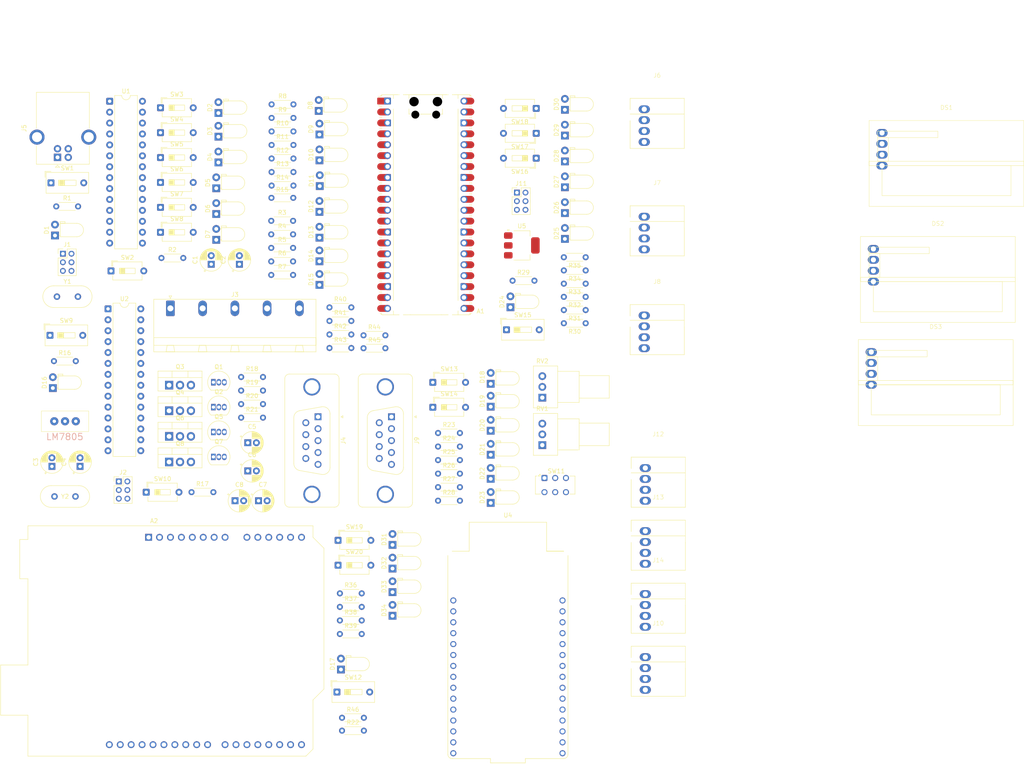
<source format=kicad_pcb>
(kicad_pcb (version 20241229) (generator "pcbnew") (generator_version "9.0")
  (layers (0 "F.Cu" signal) (2 "B.Cu" signal) (13 "F.Paste" user) (15 "B.Paste" user) (5 "F.SilkS" user "F.Silkscreen") (7 "B.SilkS" user "B.Silkscreen") (1 "F.Mask" user) (3 "B.Mask" user) (25 "Edge.Cuts" user))
  (net 0 "")
  (net 1 "GND")
  (net 2 "Net-(D9-K)")
  (net 3 "5V")
  (net 4 "Net-(Q1-C)")
  (net 5 "VTG")
  (net 6 "Net-(J2-Pin_5)")
  (net 7 "Net-(D16-K)")
  (net 8 "Net-(D15-K)")
  (net 9 "Net-(D14-K)")
  (net 10 "Net-(D13-K)")
  (net 11 "Net-(D12-K)")
  (net 12 "Net-(D11-K)")
  (net 13 "Net-(Q2-C)")
  (net 14 "Net-(D8-K)")
  (net 15 "Net-(D7-K)")
  (net 16 "Net-(D6-K)")
  (net 17 "Net-(D4-K)")
  (net 18 "Net-(D3-K)")
  (net 19 "Net-(D2-K)")
  (net 20 "RESET")
  (net 21 "Net-(D1-K)")
  (net 22 "Net-(D25-K)")
  (net 23 "Net-(D17-K)")
  (net 24 "Net-(D18-K)")
  (net 25 "Net-(D19-K)")
  (net 26 "Net-(D20-K)")
  (net 27 "Net-(D21-K)")
  (net 28 "Net-(D22-K)")
  (net 29 "Net-(D23-K)")
  (net 30 "Net-(D24-K)")
  (net 31 "Net-(D10-K)")
  (net 32 "Net-(D26-K)")
  (net 33 "Net-(D27-K)")
  (net 34 "Net-(D28-K)")
  (net 35 "Net-(D29-K)")
  (net 36 "Net-(D30-K)")
  (net 37 "Net-(D31-K)")
  (net 38 "Net-(Q7-C)")
  (net 39 "Net-(Q5-C)")
  (net 40 "Net-(D34-K)")
  (net 41 "SCL")
  (net 42 "SDA")
  (net 43 "Net-(D33-K)")
  (net 44 "Net-(D32-K)")
  (net 45 "A1")
  (net 46 "A0")
  (net 47 "PWM2")
  (net 48 "PWM1")
  (net 49 "PWM4")
  (net 50 "PWM3")
  (net 51 "Net-(J3-Pin_5)")
  (net 52 "Net-(J3-Pin_4)")
  (net 53 "Net-(J3-Pin_3)")
  (net 54 "Net-(J3-Pin_2)")
  (net 55 "Net-(D24-A)")
  (net 56 "Net-(A1-VSYS)")
  (net 57 "RXD")
  (net 58 "AI3")
  (net 59 "Net-(U2-XTAL1{slash}PB6)")
  (net 60 "Net-(J2-Pin_3)")
  (net 63 "AI2")
  (net 64 "Net-(U2-XTAL2{slash}PB7)")
  (net 66 "AI4")
  (net 68 "Net-(D16-A)")
  (net 69 "TXD")
  (net 70 "Net-(J2-Pin_1)")
  (net 71 "Net-(J2-Pin_4)")
  (net 72 "AI1")
  (net 75 "Net-(D13-A)")
  (net 76 "Net-(U1-PC0)")
  (net 77 "SCK")
  (net 78 "Net-(U1-PB2)")
  (net 79 "Net-(D15-A)")
  (net 80 "Net-(D12-A)")
  (net 81 "Net-(U1-XTAL1{slash}PB6)")
  (net 82 "Net-(D1-A)")
  (net 83 "Net-(U1-PC1)")
  (net 84 "Net-(D14-A)")
  (net 85 "Net-(D11-A)")
  (net 86 "MISO")
  (net 88 "Net-(D8-A)")
  (net 89 "Net-(D9-A)")
  (net 90 "Net-(U1-PB0)")
  (net 91 "Net-(D10-A)")
  (net 92 "MOSI")
  (net 93 "Net-(U1-PC2)")
  (net 95 "Net-(U1-XTAL2{slash}PB7)")
  (net 96 "Net-(U1-PB1)")
  (net 99 "MOSI_PI")
  (net 101 "A0_PI1")
  (net 104 "Net-(A1-GPIO3)")
  (net 105 "AI_PI1")
  (net 106 "Net-(A1-GPIO5)")
  (net 109 "Net-(A1-GPIO1)")
  (net 110 "SCK_PI")
  (net 113 "Net-(A1-GPIO2)")
  (net 121 "Net-(A1-GPIO0)")
  (net 122 "Net-(A1-GPIO4)")
  (net 124 "AI_PI2")
  (net 125 "MISO_PI")
  (net 147 "A3")
  (net 150 "DIP5")
  (net 153 "A2")
  (net 154 "Net-(D17-A)")
  (net 155 "GPIO25")
  (net 156 "GPIO26")
  (net 157 "GPIO27")
  (net 158 "GPIO12")
  (net 159 "Net-(D22-A)")
  (net 160 "Net-(D23-A)")
  (net 161 "Net-(D28-A)")
  (net 162 "Net-(D29-A)")
  (net 163 "Net-(D30-A)")
  (net 164 "Net-(D31-A)")
  (net 165 "Net-(D32-A)")
  (net 166 "PD6")
  (net 167 "PD7")
  (net 168 "Net-(D2-A)")
  (net 169 "Net-(D3-A)")
  (net 170 "Net-(D4-A)")
  (net 171 "Net-(D5-A)")
  (net 172 "Net-(D6-A)")
  (net 173 "Net-(D7-A)")
  (net 176 "Net-(J5-VBUS)")
  (net 179 "GND_PI")
  (net 181 "RESET_PI")
  (net 182 "PWM_VCC")
  (net 183 "Net-(U4-RXD0{slash}IO3)")
  (net 188 "Net-(U4-TXD0{slash}IO1)")
  (net 197 "PD3")
  (net 198 "PD2")
  (net 199 "GPIO13")
  (net 200 "GPIO14")
  (net 223 "VO11")
  (net 231 "VO12")
  (footprint "Button_Switch_THT:SW_DIP_SPSTx01_Slide_6.7x4.1mm_W7.62mm_P2.54mm_LowProfile" (layer "F.Cu") (at 46.195 30.1275)
    (property "Reference" "SW5")
    (property "Value" "SW_Push")
  )
  (footprint "Resistor_THT:R_Axial_DIN0204_L3.6mm_D1.6mm_P5.08mm_Horizontal" (layer "F.Cu") (at 71.96 51.15)
    (property "Reference" "R5")
    (property "Value" "3.3K")
  )
  (footprint "LED_THT:LED_D3.0mm_Horizontal_O1.27mm_Z2.0mm" (layer "F.Cu") (at 123 99.3 90)
    (property "Reference" "D21")
    (property "Value" "LED")
  )
  (footprint "Add_New:Conn_4x1_90deg_angle" (layer "F.Cu") (at 158.95625 137.835833)
    (property "Reference" "J14")
    (property "Value" "Conn_01x04_Socket")
  )
  (footprint "Capacitor_THT:CP_Radial_D5.0mm_P2.00mm" (layer "F.Cu") (at 20.95 102 90)
    (property "Reference" "C3")
    (property "Value" "22pF")
  )
  (footprint "LED_THT:LED_D3.0mm_Horizontal_O1.27mm_Z2.0mm" (layer "F.Cu") (at 123 104.9 90)
    (property "Reference" "D22")
    (property "Value" "LED")
  )
  (footprint "LED_THT:LED_D3.0mm_Horizontal_O1.27mm_Z2.0mm" (layer "F.Cu") (at 140.25 31.0275 90)
    (property "Reference" "D28")
    (property "Value" "LED")
  )
  (footprint "Button_Switch_THT:SW_DIP_SPSTx01_Slide_6.7x4.1mm_W7.62mm_P2.54mm_LowProfile" (layer "F.Cu") (at 133.585 18.6875 180)
    (property "Reference" "SW18")
    (property "Value" "SW_Push")
  )
  (footprint "Resistor_THT:R_Axial_DIN0204_L3.6mm_D1.6mm_P5.08mm_Horizontal" (layer "F.Cu") (at 64.96 81.2)
    (property "Reference" "R18")
    (property "Value" "100")
  )
  (footprint "Resistor_THT:R_Axial_DIN0204_L3.6mm_D1.6mm_P5.08mm_Horizontal" (layer "F.Cu") (at 53.42 108)
    (property "Reference" "R17")
    (property "Value" "10K")
  )
  (footprint "LED_THT:LED_D3.0mm_Horizontal_O1.27mm_Z2.0mm" (layer "F.Cu") (at 140.25 43.0475 90)
    (property "Reference" "D26")
    (property "Value" "LED")
  )
  (footprint "LED_THT:LED_D3.0mm_Horizontal_O1.27mm_Z2.0mm" (layer "F.Cu") (at 123 82.7825 90)
    (property "Reference" "D18")
    (property "Value" "LED")
  )
  (footprint "LED_THT:LED_D3.0mm_Horizontal_O1.27mm_Z2.0mm" (layer "F.Cu") (at 100.165 125.77 90)
    (property "Reference" "D32")
    (property "Value" "LED")
  )
  (footprint "LED_THT:LED_D3.0mm_Horizontal_O1.27mm_Z2.0mm" (layer "F.Cu") (at 59.165 37.27 90)
    (property "Reference" "D5")
    (property "Value" "LED")
  )
  (footprint "LED_THT:LED_D3.0mm_Horizontal_O1.27mm_Z2.0mm" (layer "F.Cu") (at 140.25 25.0175 90)
    (property "Reference" "D29")
    (property "Value" "LED")
  )
  (footprint "Resistor_THT:R_Axial_DIN0204_L3.6mm_D1.6mm_P5.08mm_Horizontal" (layer "F.Cu") (at 87.92 141)
    (property "Reference" "R39")
    (property "Value" "3.3K")
  )
  (footprint "LED_THT:LED_D3.0mm_Horizontal_O1.27mm_Z2.0mm" (layer "F.Cu") (at 100.165 136.77 90)
    (property "Reference" "D34")
    (property "Value" "LED")
  )
  (footprint "Package_DIP:DIP-28_W7.62mm" (layer "F.Cu") (at 34.38 17.02)
    (property "Reference" "U1")
    (property "Value" "ATmega328-P")
  )
  (footprint "LED_THT:LED_D3.0mm_Horizontal_O1.27mm_Z2.0mm" (layer "F.Cu") (at 59.165 49.27 90)
    (property "Reference" "D7")
    (property "Value" "LED")
  )
  (footprint "Resistor_THT:R_Axial_DIN0204_L3.6mm_D1.6mm_P5.08mm_Horizontal" (layer "F.Cu") (at 110.755 106.83)
    (property "Reference" "R27")
    (property "Value" "3.3K")
  )
  (footprint "Crystal:Crystal_HC49-4H_Vertical" (layer "F.Cu") (at 21.55 109)
    (property "Reference" "Y2")
    (property "Value" "16MHz")
  )
  (footprint "Connector_USB:USB_B_OST_USB-B1HSxx_Horizontal" (layer "F.Cu") (at 22.25 30.0775 90)
    (property "Reference" "J5")
    (property "Value" "USB_B")
  )
  (footprint "Resistor_THT:R_Axial_DIN0204_L3.6mm_D1.6mm_P5.08mm_Horizontal" (layer "F.Cu") (at 72 39.5)
    (property "Reference" "R15")
    (property "Value" "3.3K")
  )
  (footprint "Resistor_THT:R_Axial_DIN0204_L3.6mm_D1.6mm_P5.08mm_Horizontal" (layer "F.Cu") (at 145.085 62.543897 180)
    (property "Reference" "R32")
    (property "Value" "3.3K")
  )
  (footprint "Add_New:Conn_4x1_90deg_angle" (layer "F.Cu") (at 158.95625 108.5025)
    (property "Reference" "J12")
    (property "Value" "Conn_01x04_Socket")
  )
  (footprint "Resistor_THT:R_Axial_DIN0204_L3.6mm_D1.6mm_P5.08mm_Horizontal" (layer "F.Cu") (at 145.085 53.3275 180)
    (property "Reference" "R35")
    (property "Value" "3.3K")
  )
  (footprint "LED_THT:LED_D3.0mm_Horizontal_O1.27mm_Z2.0mm" (layer "F.Cu") (at 83.165 24.77 90)
    (property "Reference" "D9")
    (property "Value" "LED")
  )
  (footprint "Resistor_THT:R_Axial_DIN0204_L3.6mm_D1.6mm_P5.08mm_Horizontal" (layer "F.Cu") (at 46.42 53.5)
    (property "Reference" "R2")
    (property "Value" "10K")
  )
  (footprint "Capacitor_THT:CP_Radial_D5.0mm_P2.00mm" (layer "F.Cu") (at 58 54.955113 90)
    (property "Reference" "C1")
    (property "Value" "22pF")
  )
  (footprint "LED_THT:LED_D3.0mm_Horizontal_O1.27mm_Z2.0mm" (layer "F.Cu") (at 83.165 54.27 90)
    (property "Reference" "D14")
    (property "Value" "LED")
  )
  (footprint "Button_Switch_THT:SW_DIP_SPSTx01_Slide_9.78x4.72mm_W7.62mm_P2.54mm" (layer "F.Cu") (at 87.2325 154.5125)
    (property "Reference" "SW12")
    (property "Value" "SW_DIP_x01")
  )
  (footprint "Package_TO_SOT_THT:TO-220-3_Vertical" (layer "F.Cu") (at 48.2 83.09)
    (property "Reference" "Q3")
    (property "Value" "IRF4905")
  )
  (footprint "LED_THT:LED_D3.0mm_Horizontal_O1.27mm_Z2.0mm" (layer "F.Cu") (at 59.165 43.27 90)
    (property "Reference" "D6")
    (property "Value" "LED")
  )
  (footprint "Resistor_THT:R_Axial_DIN0204_L3.6mm_D1.6mm_P5.08mm_Horizontal" (layer "F.Cu") (at 64.96 87.5)
    (property "Reference" "R20")
    (property "Value" "100")
  )
  (footprint "LED_THT:LED_D3.0mm_Horizontal_O1.27mm_Z2.0mm" (layer "F.Cu") (at 140.25 37.0375 90)
    (property "Reference" "D27")
    (property "Value" "LED")
  )
  (footprint "Resistor_THT:R_Axial_DIN0204_L3.6mm_D1.6mm_P5.08mm_Horizontal" (layer "F.Cu") (at 145.085 68.688162 180)
    (property "Reference" "R30")
    (property "Value" "3.3K")
  )
  (footprint "Resistor_THT:R_Axial_DIN0204_L3.6mm_D1.6mm_P5.08mm_Horizontal" (layer "F.Cu") (at 93.42 74.5)
    (property "Reference" "R45")
    (property "Value" "10K")
  )
  (footprint "LED_THT:LED_D3.0mm_Horizontal_O1.27mm_Z2.0mm" (layer "F.Cu") (at 83.24 36.77 90)
    (property "Reference" "D11")
    (property "Value" "LED")
  )
  (footprint "Button_Switch_THT:SW_DIP_SPSTx01_Slide_6.7x4.1mm_W7.62mm_P2.54mm_LowProfile" (layer "F.Cu") (at 42.88 108.0125)
    (property "Reference" "SW10")
    (property "Value" "SW_Push")
  )
  (footprint "Package_DIP:DIP-28_W7.62mm" (layer "F.Cu") (at 34 65.34)
    (property "Reference" "U2")
    (property "Value" "ATmega328-P")
  )
  (footprint "LED_THT:LED_D3.0mm_Horizontal_O1.27mm_Z2.0mm" (layer "F.Cu") (at 140.25 19.0075 90)
    (property "Reference" "D30")
    (property "Value" "LED")
  )
  (footprint "Capacitor_THT:CP_Radial_D5.0mm_P2.00mm" (layer "F.Cu") (at 27.5 102 90)
    (property "Reference" "C4")
    (property "Value" "22pF")
  )
  (footprint "Connector_Dsub:DSUB-9_Pins_Vertical_P2.77x2.84mm_MountingHoles" (layer "F.Cu") (at 99.92 90.46 -90)
    (property "Reference" "J9")
    (property "Value" "DE9_Pins")
  )
  (footprint "Package_TO_SOT_THT:TO-92_Inline" (layer "F.Cu") (at 58.5 88.21)
    (property "Reference" "Q2")
    (property "Value" "PN2222A")
  )
  (footprint "Capacitor_THT:CP_Radial_D5.0mm_P2.00mm" (layer "F.Cu") (at 63.544888 110)
    (property "Reference" "C8")
    (property "Value" "1UF")
  )
  (footprint "Resistor_THT:R_Axial_DIN0204_L3.6mm_D1.6mm_P5.08mm_Horizontal" (layer "F.Cu") (at 87.92 134.7)
    (property "Reference" "R37")
    (property "Value" "3.3K")
  )
  (footprint "Package_TO_SOT_THT:TO-220-3_Vertical" (layer "F.Cu") (at 48.2 95.01)
    (property "Reference" "Q6")
    (property "Value" "IRF4905")
  )
  (footprint "Add_New:LCD 16X2 I2C" (layer "F.Cu") (at 226.5 85.5)
    (property "Reference" "DS3")
    (property "Value" "LCD_16X2_I2C VERTICAL")
  )
  (footprint "Resistor_THT:R_Axial_DIN0204_L3.6mm_D1.6mm_P5.08mm_Horizontal" (layer "F.Cu") (at 72.04 27.2)
    (property "Reference" "R11")
    (property "Value" "3.3K")
  )
  (footprint "Capacitor_THT:CP_Radial_D5.0mm_P2.00mm" (layer "F.Cu") (at 66.5 103.05)
    (property "Reference" "C6")
    (property "Value" "1UF")
  )
  (footprint "Button_Switch_THT:SW_DIP_SPSTx01_Slide_6.7x4.1mm_W7.62mm_P2.54mm_LowProfile" (layer "F.Cu") (at 133.585 24.4825 180)
    (property "Reference" "SW17")
    (property "Value" "SW_Push")
  )
  (footprint "Resistor_THT:R_Axial_DIN0204_L3.6mm_D1.6mm_P5.08mm_Horizontal" (layer "F.Cu") (at 87.92 131.55)
    (property "Reference" "R36")
    (property "Value" "3.3K")
  )
  (footprint "LED_THT:LED_D3.0mm_Horizontal_O1.27mm_Z2.0mm" (layer "F.Cu") (at 83.165 30.77 90)
    (property "Reference" "D10")
    (property "Value" "LED")
  )
  (footprint "LED_THT:LED_D3.0mm_Horizontal_O1.27mm_Z2.0mm" (layer "F.Cu") (at 21.165 83.77 90)
    (property "Reference" "D16")
    (property "Value" "LED")
  )
  (footprint "Button_Switch_THT:SW_DIP_SPSTx01_Slide_6.7x4.1mm_W7.62mm_P2.54mm_LowProfile" (layer "F.Cu") (at 109.53 88.2425)
    (property "Reference" "SW14")
    (property "Value" "SW_Push")
  )
  (footprint "Button_Switch_THT:SW_DIP_SPSTx01_Slide_6.7x4.1mm_W7.62mm_P2.54mm_LowProfile" (layer "F.Cu") (at 46.195 24.3325)
    (property "Reference" "SW4")
    (property "Value" "SW_Push")
  )
  (footprint "Module:Arduino_UNO_R3" (layer "F.Cu") (at 43.44 118.5)
    (property "Reference" "A2")
    (property "Value" "Arduino_UNO_R3")
  )
  (footprint "LED_THT:LED_D3.0mm_Horizontal_O1.27mm_Z2.0mm" (layer "F.Cu") (at 123 110.5 90)
    (property "Reference" "D23")
    (property "Value" "LED")
  )
  (footprint "Button_Switch_THT:SW_DIP_SPSTx01_Slide_6.7x4.1mm_W7.62mm_P2.54mm_LowProfile" (layer "F.Cu") (at 46.195 41.7175)
    (property "Reference" "SW7")
    (property "Value" "SW_Push")
  )
  (footprint "Resistor_THT:R_Axial_DIN0204_L3.6mm_D1.6mm_P5.08mm_Horizontal" (layer "F.Cu") (at 72.04 17.75)
    (property "Reference" "R8")
    (property "Value" "3.3K")
  )
  (footprint "Connector_PinHeader_2.00mm:PinHeader_2x03_P2.00mm_Vertical" (layer "F.Cu") (at 23.5 52.5)
    (property "Reference" "J1")
    (property "Value" "ICSP_ISP6")
  )
  (footprint "Resistor_THT:R_Axial_DIN0204_L3.6mm_D1.6mm_P5.08mm_Horizontal" (layer "F.Cu") (at 128.085 58.7775)
    (property "Reference" "R29")
    (property "Value" "3.3K")
  )
  (footprint "Connector_PinHeader_2.00mm:PinHeader_2x03_P2.00mm_Vertical" (layer "F.Cu") (at 36.5 105.5)
    (property "Reference" "J2")
    (property "Value" "ICSP_ISP6")
  )
  (footprint "Connector_Phoenix_GMSTB:PhoenixContact_GMSTBA_2,5_5-G_1x05_P7.50mm_Horizontal" (layer "F.Cu") (at 48.5 65.2225)
    (property "Reference" "J3")
    (property "Value" "Conn_01x05")
  )
  (footprint "LED_THT:LED_D3.0mm_Horizontal_O1.27mm_Z2.0mm" (layer "F.Cu") (at 83.165 42.77 90)
    (property "Reference" "D12")
    (property "Value" "LED")
  )
  (footprint "LED_THT:LED_D3.0mm_Horizontal_O1.27mm_Z2.0mm" (layer "F.Cu") (at 59.665 31.27 90)
    (property "Reference" "D4")
    (property "Value" "LED")
  )
  (footprint "Resistor_THT:R_Axial_DIN0204_L3.6mm_D1.6mm_P5.08mm_Horizontal" (layer "F.Cu") (at 71.96 54.3)
    (property "Reference" "R6")
    (property "Value" "3.3K")
  )
  (footprint "Resistor_THT:R_Axial_DIN0204_L3.6mm_D1.6mm_P5.08mm_Horizontal" (layer "F.Cu") (at 72.04 33.5)
    (property "Reference" "R13")
    (property "Value" "3.3K")
  )
  (footprint "Button_Switch_THT:SW_DIP_SPSTx01_Slide_6.7x4.1mm_W7.62mm_P2.54mm_LowProfile" (layer "F.Cu") (at 87.5 125)
    (property "Reference" "SW20")
    (property "Value" "SW_Push")
  )
  (footprint "LED_THT:LED_D3.0mm_Horizontal_O1.27mm_Z2.0mm" (layer "F.Cu") (at 100.165 120.27 90)
    (property "Reference" "D31")
    (property "Value" "LED")
  )
  (footprint "LED_THT:LED_D3.0mm_Horizontal_O1.27mm_Z2.0mm" (layer "F.Cu") (at 88.165 149.27 90)
    (property "Reference" "D17")
    (property "Value" "LED")
  )
  (footprint "Resistor_THT:R_Axial_DIN0204_L3.6mm_D1.6mm_P5.08mm_Horizontal" (layer "F.Cu") (at 21.42 77.5)
    (property "Reference" "R16")
    (property "Value" "3.3K")
  )
  (footprint "Resistor_THT:R_Axial_DIN0204_L3.6mm_D1.6mm_P5.08mm_Horizontal" (layer "F.Cu") (at 72.04 36.65)
    (property "Reference" "R14")
    (property "Value" "3.3K")
  )
  (footprint "Resistor_THT:R_Axial_DIN0204_L3.6mm_D1.6mm_P5.08mm_Horizontal" (layer "F.Cu") (at 88.42 163.5)
    (property "Reference" "R22")
    (property "Value" "3.3K")
  )
  (footprint "Capacitor_THT:CP_Radial_D5.0mm_P2.00mm" (layer "F.Cu") (at 66.5 96.5)
    (property "Reference" "C5")
    (property "Value" "1UF")
  )
  (footprint "Resistor_THT:R_Axial_DIN0204_L3.6mm_D1.6mm_P5.08mm_Horizontal" (layer "F.Cu") (at 85.5 65)
    (property "Reference" "R40")
    (property "Value" "10K")
  )
  (footprint "Resistor_THT:R_Axial_DIN0204_L3.6mm_D1.6mm_P5.08mm_Horizontal" (layer "F.Cu") (at 93.42 71.5)
    (property "Reference" "R44")
    (property "Value" "10K")
  )
  (footprint "Resistor_THT:R_Axial_DIN0204_L3.6mm_D1.6mm_P5.08mm_Horizontal" (layer "F.Cu") (at 85.5 74.45)
    (property "Reference" "R43")
    (property "Value" "10K")
  )
  (footprint "Button_Switch_THT:SW_DIP_SPSTx01_Slide_6.7x4.1mm_W7.62mm_P2.54mm_LowProfile" (layer "F.Cu") (at 109.53 82.4475)
    (property "Reference" "SW13")
    (property "Value" "SW_Push")
  )
  (footprint "Package_TO_SOT_THT:TO-220-3_Vertical" (layer "F.Cu") (at 48.2 100.97)
    (property "Reference" "Q8")
    (property "Value" "IRF4905")
  )
  (footprint "LED_THT:LED_D3.0mm_Horizontal_O1.27mm_Z2.0mm" (layer "F.Cu") (at 123 88.1 90)
    (property "Reference" "D19")
    (property "Value" "LED")
  )
  (footprint "Resistor_THT:R_Axial_DIN0204_L3.6mm_D1.6mm_P5.08mm_Horizontal" (layer "F.Cu") (at 72.04 30.35)
    (property "Reference" "R12")
    (property "Value" "3.3K")
  )
  (footprint "Connector_Dsub:DSUB-9_Pins_Vertical_P2.77x2.84mm_MountingHoles" (layer "F.Cu") (at 82.84 90.46 -90)
    (property "Reference" "J4")
    (property "Value" "DE9_Pins")
  )
  (footprint "Button_Switch_THT:SW_DIP_SPSTx01_Slide_6.7x4.1mm_W7.62mm_P2.54mm_LowProfile" (layer "F.Cu") (at 46.195 35.9225)
    (property "Reference" "SW6")
    (property "Value" "SW_Push")
  )
  (footprint "Add_New:Conn_4x1_90deg_angle" (layer "F.Cu") (at 158.7075 50.0025)
    (property "Reference" "J7")
    (property "Value" "Conn_01x04_Socket")
  )
  (footprint "LED_THT:LED_D3.0mm_Horizontal_O1.27mm_Z2.0mm" (layer "F.Cu") (at 83.165 59.77 90)
    (property "Reference" "D15")
    (property "Value" "LED")
  )
  (footprint "Button_Switch_THT:SW_DIP_SPSTx01_Slide_9.78x4.72mm_W7.62mm_P2.54mm" (layer "F.Cu") (at 20.5 71.5)
    (property "Reference" "SW9")
    (property "Value" "SW_DIP_x01")
  )
  (footprint "Add_New:Conn_4x1_90deg_angle" (layer "F.Cu") (at 158.95625 123.169167)
    (property "Reference" "J13")
    (property "Value" "Conn_01x04_Socket")
  )
  (footprint "Capacitor_THT:CP_Radial_D5.0mm_P2.00mm" (layer "F.Cu") (at 69 110)
    (property "Reference" "C7")
    (property "Value" "1UF")
  )
  (footprint "Button_Switch_THT:SW_DIP_SPSTx01_Slide_6.7x4.1mm_W7.62mm_P2.54mm_LowProfile" (layer "F.Cu") (at 46.195 47.5125)
    (property "Reference" "SW8")
    (property "Value" "SW_Push")
  )
  (footprint "Crystal:Crystal_HC49-4H_Vertical" (layer "F.Cu") (at 22.12 62.5)
    (property "Reference" "Y1")
    (property "Value" "16MHz")
  )
  (footprint "Resistor_THT:R_Axial_DIN0204_L3.6mm_D1.6mm_P5.08mm_Horizontal" (layer "F.Cu") (at 85.5 68.15)
    (property "Reference" "R41")
    (property "Value" "10K")
  )
  (footprint "Potentiometer_THT:Potentiometer_Alps_RK09Y11_Single_Horizontal" (layer "F.Cu") (at 135 86 180)
    (property "Reference" "RV2")
    (property "Value" "10k")
  )
  (footprint "LED_THT:LED_D3.0mm_Horizontal_O1.27mm_Z2.0mm" (layer "F.Cu") (at 21.665 48.27 90)
    (property "Reference" "D1")
    (property "Value" "LED")
  )
  (footprint "Resistor_THT:R_Axial_DIN0204_L3.6mm_D1.6mm_P5.08mm_Horizontal" (layer "F.Cu") (at 110.755 94.23)
    (property "Reference" "R23")
    (property "Value" "3.3K")
  )
  (footprint "Add_New:Conn_4x1_90deg_angle" (layer "F.Cu") (at 158.7075 25.0025)
    (property "Reference" "J6")
    (property "Value" "Conn_01x04_Socket")
  )
  (footprint "Resistor_THT:R_Axial_DIN0204_L3.6mm_D1.6mm_P5.08mm_Horizontal" (layer "F.Cu") (at 110.755 100.53)
    (property "Reference" "R25")
    (property "Value" "3.3K")
  )
  (footprint "LED_THT:LED_D3.0mm_Horizontal_O1.27mm_Z2.0mm" (layer "F.Cu") (at 140.25 49.0575 90)
    (property "Reference" "D25")
    (property "Value" "LED")
  )
  (footprint "Add_New:Conn_4x1_90deg_angle" (layer "F.Cu") (at 158.95625 152.5025)
    (property "Reference" "J10")
    (property "Value" "Conn_01x04_Socket")
  )
  (footprint "LED_THT:LED_D3.0mm_Horizontal_O1.27mm_Z2.0mm" (layer "F.Cu") (at 83 19.27 90)
    (property "Reference" "D8")
    (property "Value" "LED")
  )
  (footprint "LED_THT:LED_D3.0mm_Horizontal_O1.27mm_Z2.0mm" (layer "F.Cu") (at 59.665 19.77 90)
    (property "Reference" "D2")
    (property "Value" "LED")
  )
  (footprint "Add_New:LCD 16X2 I2C" (layer "F.Cu") (at 227 61.5)
    (property "Reference" "DS2")
    (property "Value" "LCD_16X2_I2C VERTICAL")
  )
  (footprint "Add_New:LCD 16X2 I2C" (layer "F.Cu") (at 229 34.5)
    (property "Reference" "DS1")
    (property "Value" "LCD_16X2_I2C VERTICAL")
  )
  (footprint "Resistor_THT:R_Axial_DIN0204_L3.6mm_D1.6mm_P5.08mm_Horizontal" (layer "F.Cu") (at 110.755 109.98)
    (property "Reference" "R28")
    (property "Value" "3.3K")
  )
  (footprint "Package_TO_SOT_THT:TO-92_Inline" (layer "F.Cu") (at 58.5 99.79)
    (property "Reference" "Q7")
    (property "Value" "PN2222A")
  )
  (footprint "Add_New:LM7805" (layer "F.Cu") (at 24 91.5)
    (property "Reference" "U3" (hide yes))
    (property "Value" "L7805")
  )
  (footprint "Resistor_THT:R_Axial_DIN0204_L3.6mm_D1.6mm_P5.08mm_Horizontal" (layer "F.Cu") (at 85.5 71.3)
    (property "Reference" "R42")
    (property "Value" "10K")
  )
  (footprint "Package_TO_SOT_SMD:SOT-223-3_TabPin2" (layer "F.Cu") (at 130.235 50.5775)
    (property "Reference" "U5")
    (property "Value" "AMS1117-3.3")
  )
  (footprint "LED_THT:LED_D3.0mm_Horizontal_O1.27mm_Z2.0mm" (layer "F.Cu") (at 123 93.7 90)
    (property "Reference" "D20")
    (property "Value" "LED")
  )
  (footprint "Resistor_THT:R_Axial_DIN0204_L3.6mm_D1.6mm_P5.08mm_Horizontal" (layer "F.Cu") (at 145.085 65.61603 180)
    (property "Reference" "R31")
    (property "Value" "3.3K")
  )
  (footprint "Resistor_THT:R_Axial_DIN0204_L3.6mm_D1.6mm_P5.08mm_Horizontal" (layer "F.Cu") (at 87.92 137.85)
    (property "Reference" "R38")
    (property "Value" "3.3K")
  )
  (footprint "Button_Switch_THT:SW_DIP_SPSTx01_Slide_6.7x4.1mm_W7.62mm_P2.54mm_LowProfile" (layer "F.Cu") (at 133.585 30.2775 180)
    (property "Reference" "SW16")
    (property "Value" "SW_Push")
  )
  (footprint "Module:RaspberryPi_Pico_Common_Unspecified" (layer "F.Cu") (at 107.89 41.11)
    (property "Reference" "A1")
    (property "Value" "RaspberryPi_Pico")
  )
  (footprint "Button_Switch_THT:SW_DIP_SPSTx01_Slide_9.78x4.72mm_W7.62mm_P2.54mm" (layer "F.Cu") (at 20.7325 36.0125)
    (property "Reference" "SW1")
    (property "Value" "SW_DIP_x01")
  )
  (footprint "LED_THT:LED_D3.0mm_Horizontal_O1.27mm_Z2.0mm" (layer "F.Cu") (at 127.585 64.97 90)
    (property "Reference" "D24")
    (property "Value" "LED")
  )
  (footprint "Resistor_THT:R_Axial_DIN0204_L3.6mm_D1.6mm_P5.08mm_Horizontal" (layer "F.Cu") (at 21.96 41.5)
    (property "Reference" "R1")
    (property "Value" "3.3K")
  )
  (footprint "Resistor_THT:R_Axial_DIN0204_L3.6mm_D1.6mm_P5.08mm_Horizontal" (layer "F.Cu") (at 72.04 20.9)
    (property "Reference" "R9")
    (property "Value" "3.3K")
  )
  (footprint "Resistor_THT:R_Axial_DIN0204_L3.6mm_D1.6mm_P5.08mm_Horizontal" (layer "F.Cu") (at 71.96 57.45)
    (property "Reference" "R7")
    (property "Value" "3.3K")
  )
  (footprint "Package_TO_SOT_THT:TO-220-3_Vertical" (layer "F.Cu") (at 48.2 89.05)
    (property "Reference" "Q4")
    (property "Value" "IRF4905")
  )
  (footprint "Button_Switch_THT:SW_DIP_SPSTx01_Slide_6.7x4.1mm_W7.62mm_P2.54mm_LowProfile" (layer "F.Cu") (at 34.695 56.5125)
    (property "Reference" "SW2")
    (property "Value" "SW_Push")
  )
  (footprint "LED_THT:LED_D3.0mm_Horizontal_O1.27mm_Z2.0mm" (layer "F.Cu") (at 59.665 25.27 90)
    (property "Reference" "D3")
    (property "Value" "LED")
  )
  (footprint "LED_THT:LED_D3.0mm_Horizontal_O1.27mm_Z2.0mm" (layer "F.Cu") (at 83.165 48.77 90)
    (property "Reference" "D13")
    (property "Value" "LED")
  )
  (footprint "Resistor_THT:R_Axial_DIN0204_L3.6mm_D1.6mm_P5.08mm_Horizontal" (layer "F.Cu") (at 64.96 90.65)
    (property "Reference" "R21")
    (property "Value" "100")
  )
  (footprint "Resistor_THT:R_Axial_DIN0204_L3.6mm_D1.6mm_P5.08mm_Horizontal" (layer "F.Cu") (at 72.04 24.05)
    (property "Reference" "R10")
    (property "Value" "3.3K")
  )
  (footprint "Add_New:Conn_4x1_90deg_angle" (layer "F.Cu") (at 158.7075 73.0025)
    (property "Reference" "J8")
    (property "Value" "Conn_01x04_Socket")
  )
  (footprint "Potentiometer_THT:Potentiometer_Alps_RK09Y11_Single_Horizontal" (layer "F.Cu") (at 135 97.05 180)
    (property "Reference" "RV1")
    (property "Value" "10k")
  )
  (footprint "Resistor_THT:R_Axial_DIN0204_L3.6mm_D1.6mm_P5.08mm_Horizontal" (layer "F.Cu") (at 71.96 48)
    (property "Reference" "R4")
    (property "Value" "3.3K")
  )
  (footprint "Resistor_THT:R_Axial_DIN0204_L3.6mm_D1.6mm_P5.08mm_Horizontal" (layer "F.Cu") (at 64.96 84.35)
    (property "Reference" "R19")
    (property "Value" "100")
  )
  (footprint "Add_New:ESP-WROOM-32D" (layer "F.Cu") (at 127 145.87)
    (property "Reference" "U4")
    (property "Value" "ESP-WROOM-32D")
  )
  (footprint "Package_TO_SOT_THT:TO-92_Inline" (layer "F.Cu") (at 58.5 94)
    (property "Reference" "Q5")
    (property "Value" "PN2222A")
  )
  (footprint "Button_Switch_THT:SW_CK_JS202011CQN_DPDT_Straight" (layer "F.Cu") (at 135.5 104.7)
    (property "Reference" "SW11")
    (property "Value" "SW_Slide_DPDT")
  )
  (footprint "Resistor_THT:R_Axial_DIN0204_L3.6mm_D1.6mm_P5.08mm_Horizontal" (layer "F.Cu") (at 145.085 56.399632 180)
    (property "Reference" "R34")
    (property "Value" "3.3K")
  )
  (footprint "Button_Switch_THT:SW_DIP_SPSTx01_Slide_6.7x4.1mm_W7.62mm_P2.54mm_LowProfile" (layer "F.Cu") (at 46.195 18.5375)
    (property "Reference" "SW3")
    (property "Value" "SW_Push")
  )
  (footprint "Package_TO_SOT_THT:TO-92_Inline" (layer "F.Cu") (at 58.5 82.42)
    (property "Reference" "Q1")
    (property "Value" "PN2222A")
  )
  (footprint "LED_THT:LED_D3.0mm_Horizontal_O1.27mm_Z2.0mm" (layer "F.Cu") (at 100.165 131.27 90)
    (property "Reference" "D33")
    (property "Value" "LED")
  )
  (footprint "Button_Switch_THT:SW_DIP_SPSTx01_Slide_6.7x4.1mm_W7.62mm_P2.54mm_LowProfile" (layer "F.Cu") (at 87.5 119.205)
    (property "Reference" "SW19")
    (property "Value" "SW_Push")
  )
  (footprint "Resistor_THT:R_Axial_DIN0204_L3.6mm_D1.6mm_P5.08mm_Horizontal" (layer "F.Cu") (at 71.96 44.85)
    (property "Reference" "R3")
    (property "Value" "3.3K")
  )
  (footprint "Capacitor_THT:CP_Radial_D5.0mm_P2.00mm" (layer "F.Cu") (at 64.55 54.955113 90)
    (property "Reference" "C2")
    (property "Value" "22pF")
  )
  (footprint "Resistor_THT:R_Axial_DIN0204_L3.6mm_D1.6mm_P5.08mm_Horizontal" (layer "F.Cu") (at 88.42 160.5)
    (property "Reference" "R46")
    (property "Value" "10K")
  )
  (footprint "Button_Switch_THT:SW_DIP_SPSTx01_Slide_9.78x4.72mm_W7.62mm_P2.54mm" (layer "F.Cu") (at 126.66 70.2)
    (property "Reference" "SW15")
    (property "Value" "SW_DIP_x01")
  )
  (footprint "Connector_PinHeader_2.00mm:PinHeader_2x03_P2.00mm_Vertical" (layer "F.Cu") (at 129.085 38.2775)
    (property "Reference" "J11")
    (property "Value" "ICSP_ISP6")
  )
  (footprint "Resistor_THT:R_Axial_DIN0204_L3.6mm_D1.6mm_P5.08mm_Horizontal" (layer "F.Cu") (at 145.085 59.471765 180)
    (property "Reference" "R33")
    (property "Value" "3.3K")
  )
  (footprint "Resistor_THT:R_Axial_DIN0204_L3.6mm_D1.6mm_P5.08mm_Horizontal" (layer "F.Cu") (at 110.755 103.68)
    (property "Reference" "R26")
    (property "Value" "3.3K")
  )
  (footprint "Resistor_THT:R_Axial_DIN0204_L3.6mm_D1.6mm_P5.08mm_Horizontal" (layer "F.Cu") (at 110.755 97.38)
    (property "Reference" "R24")
    (property "Value" "3.3K")
  )
)
</source>
